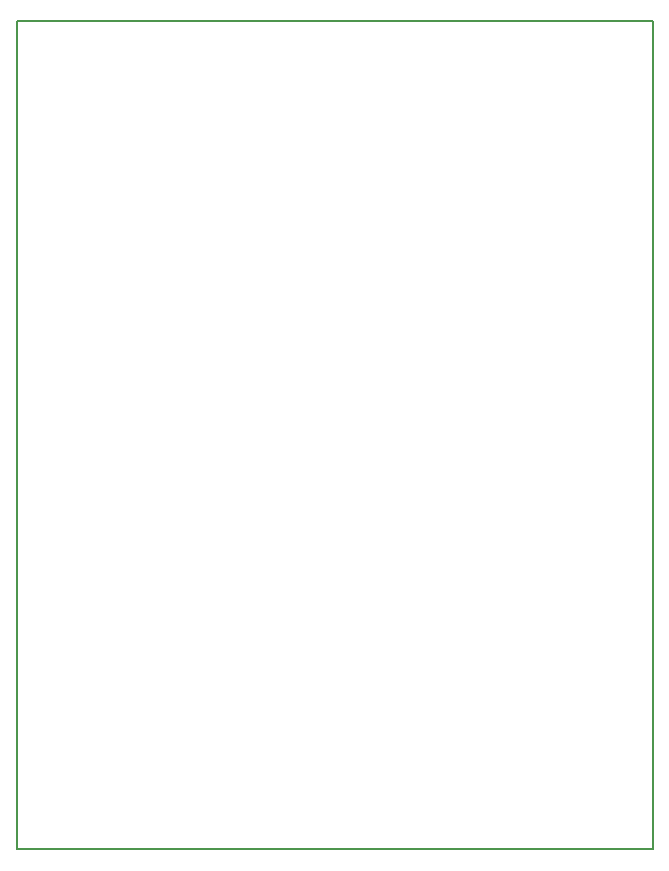
<source format=gm1>
G04 #@! TF.GenerationSoftware,KiCad,Pcbnew,(5.0.0-3-g5ebb6b6)*
G04 #@! TF.CreationDate,2018-11-17T15:14:33-05:00*
G04 #@! TF.ProjectId,sensors,73656E736F72732E6B696361645F7063,rev?*
G04 #@! TF.SameCoordinates,Original*
G04 #@! TF.FileFunction,Profile,NP*
%FSLAX46Y46*%
G04 Gerber Fmt 4.6, Leading zero omitted, Abs format (unit mm)*
G04 Created by KiCad (PCBNEW (5.0.0-3-g5ebb6b6)) date Saturday, November 17, 2018 at 03:14:33 PM*
%MOMM*%
%LPD*%
G01*
G04 APERTURE LIST*
%ADD10C,0.150000*%
G04 APERTURE END LIST*
D10*
X131318000Y-116078000D02*
X131318000Y-45974000D01*
X185166000Y-116078000D02*
X131318000Y-116078000D01*
X185166000Y-70358000D02*
X185166000Y-116078000D01*
X185166000Y-58928000D02*
X185166000Y-70358000D01*
X185166000Y-45974000D02*
X185166000Y-58928000D01*
X131318000Y-45974000D02*
X185166000Y-45974000D01*
M02*

</source>
